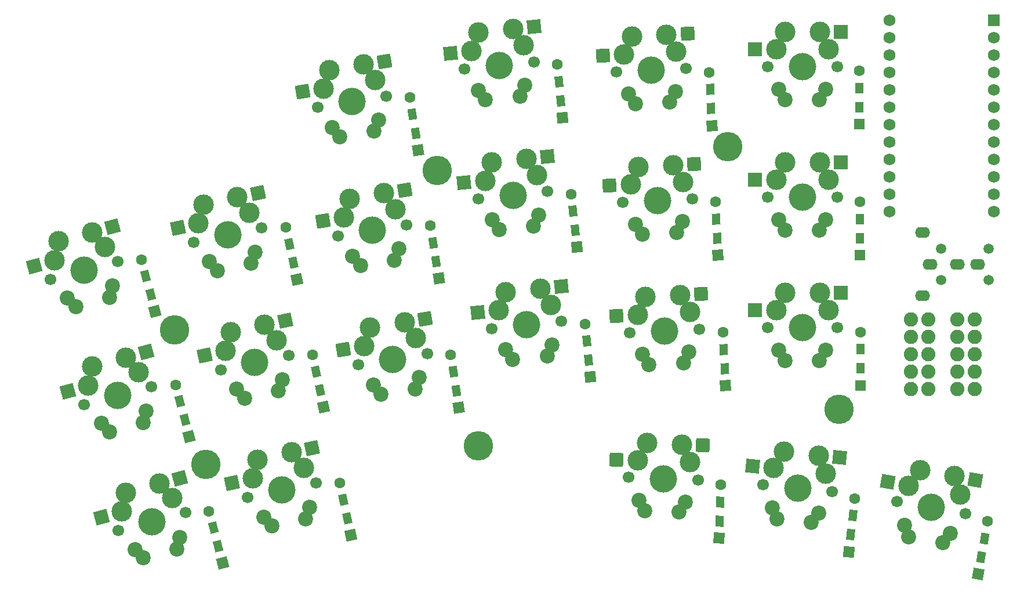
<source format=gbs>
%TF.GenerationSoftware,KiCad,Pcbnew,(6.0.0)*%
%TF.CreationDate,2022-02-16T19:12:49+07:00*%
%TF.ProjectId,Shrimp42-mirrored-rev2,53687269-6d70-4343-922d-6d6972726f72,rev?*%
%TF.SameCoordinates,Original*%
%TF.FileFunction,Soldermask,Bot*%
%TF.FilePolarity,Negative*%
%FSLAX46Y46*%
G04 Gerber Fmt 4.6, Leading zero omitted, Abs format (unit mm)*
G04 Created by KiCad (PCBNEW (6.0.0)) date 2022-02-16 19:12:49*
%MOMM*%
%LPD*%
G01*
G04 APERTURE LIST*
G04 Aperture macros list*
%AMRotRect*
0 Rectangle, with rotation*
0 The origin of the aperture is its center*
0 $1 length*
0 $2 width*
0 $3 Rotation angle, in degrees counterclockwise*
0 Add horizontal line*
21,1,$1,$2,0,0,$3*%
G04 Aperture macros list end*
%ADD10RotRect,1.600000X1.200000X285.000000*%
%ADD11RotRect,1.600000X1.600000X285.000000*%
%ADD12C,1.600000*%
%ADD13RotRect,1.600000X1.200000X282.000000*%
%ADD14RotRect,1.600000X1.600000X282.000000*%
%ADD15RotRect,1.600000X1.200000X279.000000*%
%ADD16RotRect,1.600000X1.600000X279.000000*%
%ADD17RotRect,1.600000X1.200000X276.000000*%
%ADD18RotRect,1.600000X1.600000X276.000000*%
%ADD19RotRect,1.600000X1.600000X273.000000*%
%ADD20RotRect,1.600000X1.200000X273.000000*%
%ADD21R,1.200000X1.600000*%
%ADD22R,1.600000X1.600000*%
%ADD23RotRect,1.600000X1.200000X268.000000*%
%ADD24RotRect,1.600000X1.600000X268.000000*%
%ADD25RotRect,1.600000X1.200000X264.000000*%
%ADD26RotRect,1.600000X1.600000X264.000000*%
%ADD27RotRect,1.600000X1.200000X260.000000*%
%ADD28RotRect,1.600000X1.600000X260.000000*%
%ADD29C,3.000000*%
%ADD30C,1.700000*%
%ADD31C,4.000000*%
%ADD32RotRect,2.000000X2.000000X195.000000*%
%ADD33C,2.200000*%
%ADD34RotRect,2.000000X2.000000X192.000000*%
%ADD35RotRect,2.000000X2.000000X189.000000*%
%ADD36RotRect,2.000000X2.000000X186.000000*%
%ADD37RotRect,2.000000X2.000000X183.000000*%
%ADD38R,2.000000X2.000000*%
%ADD39RotRect,2.000000X2.000000X178.000000*%
%ADD40RotRect,2.000000X2.000000X174.000000*%
%ADD41RotRect,2.000000X2.000000X170.000000*%
%ADD42C,2.082800*%
%ADD43C,4.300000*%
%ADD44C,1.500000*%
%ADD45O,2.200000X1.600000*%
%ADD46R,1.752600X1.752600*%
%ADD47C,1.752600*%
G04 APERTURE END LIST*
D10*
%TO.C,D-0-0*%
X35606651Y-60143963D03*
D11*
X36253698Y-62558778D03*
D10*
X34881957Y-57439371D03*
D12*
X34234910Y-55024556D03*
%TD*%
D13*
%TO.C,D-0-1*%
X56431074Y-55485784D03*
D14*
X56950854Y-57931153D03*
D12*
X55329142Y-50301601D03*
D13*
X55848922Y-52746970D03*
%TD*%
D15*
%TO.C,D-0-2*%
X74290001Y-36560063D03*
D16*
X74681087Y-39029284D03*
D15*
X73851985Y-33794535D03*
D12*
X73460899Y-31325314D03*
%TD*%
D17*
%TO.C,D-0-3*%
X95514786Y-31813388D03*
D18*
X95776107Y-34299692D03*
D17*
X95222106Y-29028726D03*
D12*
X94960785Y-26542422D03*
%TD*%
D19*
%TO.C,D-0-4*%
X117583269Y-35447427D03*
D20*
X117452429Y-32950853D03*
D12*
X117175049Y-27658117D03*
D20*
X117305889Y-30154691D03*
%TD*%
D21*
%TO.C,D-0-5*%
X139107246Y-32741289D03*
D22*
X139107246Y-35241289D03*
D21*
X139107246Y-29941289D03*
D12*
X139107246Y-27441289D03*
%TD*%
D11*
%TO.C,D-1-0*%
X41259145Y-80847721D03*
D10*
X40612098Y-78432906D03*
X39887404Y-75728314D03*
D12*
X39240357Y-73313499D03*
%TD*%
D14*
%TO.C,D-1-1*%
X60851326Y-76573969D03*
D13*
X60331546Y-74128600D03*
X59749394Y-71389786D03*
D12*
X59229614Y-68944417D03*
%TD*%
D15*
%TO.C,D-1-2*%
X77307846Y-55316818D03*
D16*
X77698932Y-57786039D03*
D12*
X76478744Y-50082069D03*
D15*
X76869830Y-52551290D03*
%TD*%
D17*
%TO.C,D-1-3*%
X97600246Y-50713151D03*
D18*
X97861567Y-53199455D03*
D12*
X97046245Y-45442185D03*
D17*
X97307566Y-47928489D03*
%TD*%
D19*
%TO.C,D-1-4*%
X118473490Y-54375176D03*
D20*
X118342650Y-51878602D03*
D12*
X118065270Y-46585866D03*
D20*
X118196110Y-49082440D03*
%TD*%
D22*
%TO.C,D-1-5*%
X139158046Y-54392889D03*
D21*
X139158046Y-51892889D03*
D12*
X139158046Y-46592889D03*
D21*
X139158046Y-49092889D03*
%TD*%
D10*
%TO.C,D-2-0*%
X45490862Y-96896214D03*
D11*
X46137909Y-99311029D03*
D12*
X44119121Y-91776807D03*
D10*
X44766168Y-94191622D03*
%TD*%
D13*
%TO.C,D-2-1*%
X64338371Y-92811318D03*
D14*
X64858151Y-95256687D03*
D13*
X63756219Y-90072504D03*
D12*
X63236439Y-87627135D03*
%TD*%
D15*
%TO.C,D-2-2*%
X80233328Y-74183636D03*
D16*
X80624414Y-76652857D03*
D12*
X79404226Y-68948887D03*
D15*
X79795312Y-71418108D03*
%TD*%
D18*
%TO.C,D-2-3*%
X99849221Y-72156983D03*
D17*
X99587900Y-69670679D03*
D12*
X99033899Y-64399713D03*
D17*
X99295220Y-66886017D03*
%TD*%
D19*
%TO.C,D-2-4*%
X119574610Y-73444481D03*
D20*
X119443770Y-70947907D03*
X119297230Y-68151745D03*
D12*
X119166390Y-65655171D03*
%TD*%
D21*
%TO.C,D-2-5*%
X139259646Y-70892089D03*
D22*
X139259646Y-73392089D03*
D21*
X139259646Y-68092089D03*
D12*
X139259646Y-65592089D03*
%TD*%
D23*
%TO.C,D-3-3*%
X118651141Y-93199147D03*
D24*
X118563892Y-95697624D03*
D12*
X118836108Y-87902376D03*
D23*
X118748859Y-90400853D03*
%TD*%
D25*
%TO.C,D-3-4*%
X137853660Y-95192331D03*
D26*
X137592339Y-97678635D03*
D12*
X138407661Y-89921365D03*
D25*
X138146340Y-92407669D03*
%TD*%
D27*
%TO.C,D-3-5*%
X156894735Y-98478731D03*
D28*
X156460614Y-100940750D03*
D27*
X157380949Y-95721269D03*
D12*
X157815070Y-93259250D03*
%TD*%
D29*
%TO.C,K-0-0*%
X27053524Y-51036972D03*
X21577295Y-55133925D03*
D30*
X21007970Y-57916077D03*
D31*
X25914873Y-56601276D03*
D29*
X28937650Y-53161724D03*
D30*
X30821776Y-55286475D03*
D29*
X22146621Y-52351773D03*
D32*
X18592584Y-55933676D03*
D33*
X24720483Y-61880285D03*
X23472234Y-60641132D03*
X29588749Y-60575837D03*
D32*
X30009257Y-50244986D03*
D33*
X30050189Y-58878575D03*
%TD*%
D29*
%TO.C,K-0-1*%
X42601294Y-49724826D03*
D30*
X41887142Y-52473368D03*
X51825122Y-50360986D03*
D29*
X48284436Y-45920091D03*
D31*
X46856132Y-51417177D03*
D29*
X43315446Y-46976283D03*
X50054779Y-48140539D03*
D33*
X44205411Y-55323659D03*
X45387097Y-56626441D03*
D34*
X39578818Y-50367273D03*
D33*
X50316961Y-55578567D03*
D34*
X51277567Y-45283882D03*
D33*
X50866596Y-53907780D03*
%TD*%
D29*
%TO.C,K-0-2*%
X66722500Y-26522427D03*
X61705044Y-27317114D03*
X60848023Y-30024514D03*
D30*
X59991002Y-32731914D03*
D31*
X65008459Y-31937227D03*
D30*
X70025916Y-31142540D03*
D29*
X68374208Y-28832483D03*
D35*
X57796066Y-30507896D03*
D33*
X62156921Y-35699627D03*
X63268805Y-37062469D03*
D35*
X69744827Y-26043737D03*
D33*
X68246755Y-36274039D03*
X68883079Y-34634309D03*
%TD*%
D29*
%TO.C,K-0-3*%
X83460339Y-21881020D03*
D31*
X86517429Y-26667689D03*
D29*
X90041055Y-23743350D03*
X82462798Y-24539857D03*
X88512510Y-21350015D03*
D30*
X81465258Y-27198694D03*
X91569600Y-26136684D03*
D33*
X83472890Y-30275695D03*
X84511925Y-31694861D03*
D36*
X79389726Y-24862850D03*
D33*
X90245584Y-29563856D03*
D36*
X91555747Y-21030158D03*
D33*
X89524316Y-31168037D03*
%TD*%
D29*
%TO.C,K-0-4*%
X112337091Y-24644385D03*
D30*
X113738284Y-27114437D03*
D29*
X104727534Y-25043185D03*
D30*
X103592208Y-27646171D03*
D29*
X105862860Y-22440199D03*
X110935898Y-22174333D03*
D31*
X108665246Y-27380304D03*
D33*
X106399389Y-32295626D03*
X105436051Y-30824027D03*
D37*
X101641769Y-25204903D03*
X113991705Y-22014185D03*
D33*
X111432482Y-32031853D03*
X112236718Y-30467619D03*
%TD*%
D29*
%TO.C,K-0-5*%
X133310357Y-21760828D03*
X126960357Y-24300828D03*
D30*
X135850357Y-26840828D03*
D29*
X134580357Y-24300828D03*
D31*
X130770357Y-26840828D03*
D29*
X128230357Y-21760828D03*
D30*
X125690357Y-26840828D03*
D33*
X128250357Y-31630828D03*
D38*
X123870357Y-24300828D03*
D33*
X127365357Y-30110828D03*
X133290357Y-31630828D03*
D38*
X136370357Y-21760828D03*
D33*
X134175357Y-30110828D03*
%TD*%
D29*
%TO.C,K-1-0*%
X27067417Y-70641727D03*
X26498091Y-73423879D03*
D30*
X35742572Y-73576429D03*
D31*
X30835669Y-74891230D03*
D30*
X25928766Y-76206031D03*
D29*
X31974320Y-69326926D03*
X33858446Y-71451678D03*
D33*
X29641279Y-80170239D03*
D32*
X23513380Y-74223630D03*
D33*
X28393030Y-78931086D03*
D32*
X34930053Y-68534940D03*
D33*
X34970985Y-77168529D03*
X34509545Y-78865791D03*
%TD*%
D31*
%TO.C,K-1-1*%
X50816846Y-70050889D03*
D29*
X47276160Y-65609995D03*
D30*
X45847856Y-71107080D03*
X55785836Y-68994698D03*
D29*
X54015493Y-66774251D03*
X52245150Y-64553803D03*
X46562008Y-68358538D03*
D33*
X49347811Y-75260153D03*
X48166125Y-73957371D03*
D34*
X43539532Y-69000985D03*
D33*
X54827310Y-72541492D03*
X54277675Y-74212279D03*
D34*
X55238281Y-63917594D03*
%TD*%
D29*
%TO.C,K-1-2*%
X64685118Y-46132576D03*
D30*
X73005990Y-49958002D03*
D31*
X67988533Y-50752689D03*
D29*
X63828097Y-48839976D03*
X69702574Y-45337889D03*
D30*
X62971076Y-51547376D03*
D29*
X71354282Y-47647945D03*
D35*
X60776140Y-49323358D03*
D33*
X66248879Y-55877931D03*
X65136995Y-54515089D03*
X71226829Y-55089501D03*
D35*
X72724901Y-44859199D03*
D33*
X71863153Y-53449771D03*
%TD*%
D29*
%TO.C,K-1-3*%
X85451607Y-40826660D03*
D30*
X93560868Y-45082324D03*
D31*
X88508697Y-45613329D03*
D29*
X84454066Y-43485497D03*
X92032323Y-42688990D03*
D30*
X83456526Y-46144334D03*
D29*
X90503778Y-40295655D03*
D33*
X86503193Y-50640501D03*
X85464158Y-49221335D03*
D36*
X81380994Y-43808490D03*
D33*
X91515584Y-50113677D03*
D36*
X93547015Y-39975798D03*
D33*
X92236852Y-48509496D03*
%TD*%
D30*
%TO.C,K-1-4*%
X114735283Y-46138329D03*
D29*
X106859859Y-41464091D03*
X111932897Y-41198225D03*
D30*
X104589207Y-46670063D03*
D31*
X109662245Y-46404196D03*
D29*
X105724533Y-44067077D03*
X113334090Y-43668277D03*
D33*
X107396388Y-51319518D03*
D37*
X102638768Y-44228795D03*
D33*
X106433050Y-49847919D03*
X112429481Y-51055745D03*
D37*
X114988704Y-41038077D03*
D33*
X113233717Y-49491511D03*
%TD*%
D30*
%TO.C,K-1-5*%
X125690357Y-45890828D03*
D31*
X130770357Y-45890828D03*
D29*
X133310357Y-40810828D03*
X128230357Y-40810828D03*
X134580357Y-43350828D03*
D30*
X135850357Y-45890828D03*
D29*
X126960357Y-43350828D03*
D33*
X128250357Y-50680828D03*
D38*
X123870357Y-43350828D03*
D33*
X127365357Y-49160828D03*
D38*
X136370357Y-40810828D03*
D33*
X133290357Y-50680828D03*
X134175357Y-49160828D03*
%TD*%
D29*
%TO.C,K-2-0*%
X38788950Y-89852564D03*
X31997921Y-89042613D03*
X31428595Y-91824765D03*
D31*
X35766173Y-93292116D03*
D29*
X36904824Y-87727812D03*
D30*
X30859270Y-94606917D03*
X40673076Y-91977315D03*
D33*
X33323534Y-97331972D03*
X34571783Y-98571125D03*
D32*
X28443884Y-92624516D03*
D33*
X39901489Y-95569415D03*
D32*
X39860557Y-86935826D03*
D33*
X39440049Y-97266677D03*
%TD*%
D29*
%TO.C,K-2-1*%
X56205871Y-83187514D03*
D31*
X54777567Y-88684600D03*
D29*
X57976214Y-85407962D03*
X51236881Y-84243706D03*
D30*
X49808577Y-89740791D03*
X59746557Y-87628409D03*
D29*
X50522729Y-86992249D03*
D34*
X47500253Y-87634696D03*
D33*
X52126846Y-92591082D03*
X53308532Y-93893864D03*
X58788031Y-91175203D03*
D34*
X59199002Y-82551305D03*
D33*
X58238396Y-92845990D03*
%TD*%
D29*
%TO.C,K-2-2*%
X66808174Y-67655438D03*
D30*
X65951153Y-70362838D03*
D31*
X70968610Y-69568151D03*
D29*
X74334359Y-66463407D03*
X67665195Y-64948038D03*
D30*
X75986067Y-68773464D03*
D29*
X72682651Y-64153351D03*
D33*
X68117072Y-73330551D03*
X69228956Y-74693393D03*
D35*
X63756217Y-68138820D03*
D33*
X74206906Y-73904963D03*
X74843230Y-72265233D03*
D35*
X75704978Y-63674661D03*
%TD*%
D29*
%TO.C,K-2-3*%
X94023589Y-61634633D03*
D30*
X95552134Y-64027967D03*
X85447792Y-65089977D03*
D31*
X90499963Y-64558972D03*
D29*
X86445332Y-62431140D03*
X87442873Y-59772303D03*
X92495044Y-59241298D03*
D33*
X87455424Y-68166978D03*
D36*
X83372260Y-62754133D03*
D33*
X88494459Y-69586144D03*
X93506850Y-69059320D03*
D36*
X95538281Y-58921441D03*
D33*
X94228118Y-67455139D03*
%TD*%
D30*
%TO.C,K-2-4*%
X105586208Y-65693956D03*
D29*
X107856860Y-60487984D03*
D31*
X110659246Y-65428089D03*
D30*
X115732284Y-65162222D03*
D29*
X106721534Y-63090970D03*
X114331091Y-62692170D03*
X112929898Y-60222118D03*
D33*
X107430051Y-68871812D03*
X108393389Y-70343411D03*
D37*
X103635769Y-63252688D03*
X115985705Y-60061970D03*
D33*
X114230718Y-68515404D03*
X113426482Y-70079638D03*
%TD*%
D30*
%TO.C,K-2-5*%
X135850357Y-64940828D03*
D29*
X134580357Y-62400828D03*
D31*
X130770357Y-64940828D03*
D30*
X125690357Y-64940828D03*
D29*
X133310357Y-59860828D03*
X126960357Y-62400828D03*
X128230357Y-59860828D03*
D33*
X128250357Y-69730828D03*
X127365357Y-68210828D03*
D38*
X123870357Y-62400828D03*
D33*
X133290357Y-69730828D03*
X134175357Y-68210828D03*
D38*
X136370357Y-59860828D03*
%TD*%
D29*
%TO.C,K-3-3*%
X108078896Y-81834450D03*
D30*
X115516964Y-87177289D03*
D29*
X106721025Y-84328580D03*
X114336383Y-84594514D03*
D31*
X110440059Y-87000000D03*
D30*
X105363154Y-86822711D03*
D29*
X113155801Y-82011739D03*
D39*
X103632907Y-84220741D03*
D33*
X106923012Y-90149175D03*
X107754426Y-91699135D03*
D39*
X116213937Y-82118532D03*
D33*
X113728863Y-90386841D03*
X112791355Y-91875029D03*
%TD*%
D31*
%TO.C,K-3-4*%
X130100000Y-88400000D03*
D29*
X128104919Y-83082326D03*
X133157090Y-83613331D03*
D30*
X125047829Y-87868995D03*
D29*
X134154631Y-86272168D03*
X126576374Y-85475661D03*
D30*
X135152171Y-88931005D03*
D33*
X126371845Y-91296167D03*
D40*
X123503301Y-85152668D03*
D33*
X127093113Y-92900348D03*
X133144539Y-92008006D03*
X132105504Y-93427172D03*
D40*
X136200327Y-83933188D03*
%TD*%
D29*
%TO.C,K-3-5*%
X146288949Y-88036989D03*
D30*
X154602823Y-92082133D03*
D31*
X149600000Y-91200000D03*
D29*
X153793184Y-89360188D03*
D30*
X144597177Y-90317867D03*
D29*
X152983544Y-86638243D03*
X147980721Y-85756110D03*
D41*
X143245893Y-87500416D03*
D33*
X146286510Y-95479636D03*
X145678900Y-93829049D03*
X151249941Y-96354823D03*
D41*
X155997056Y-87169606D03*
D33*
X152385441Y-95011593D03*
%TD*%
D42*
%TO.C,J1*%
X146620453Y-63793147D03*
X149160453Y-63793147D03*
X146620453Y-66333147D03*
X149160453Y-66333147D03*
X146620453Y-68873147D03*
X149160453Y-68873147D03*
X146620453Y-71413147D03*
X149160453Y-71413147D03*
X146620453Y-73953147D03*
X149160453Y-73953147D03*
%TD*%
D43*
%TO.C,Ref\u002A\u002A*%
X136100000Y-76900000D03*
%TD*%
%TO.C,Ref\u002A\u002A*%
X119900000Y-38500000D03*
%TD*%
%TO.C,Ref\u002A\u002A*%
X77430853Y-41999947D03*
%TD*%
%TO.C,Ref\u002A\u002A*%
X83465259Y-82184544D03*
%TD*%
%TO.C,Ref\u002A\u002A*%
X39076853Y-65317147D03*
%TD*%
D44*
%TO.C,U2*%
X150996853Y-53393147D03*
X157996853Y-53393147D03*
X157996853Y-57993147D03*
X150996853Y-57993147D03*
D45*
X148296853Y-60293147D03*
X148296853Y-51093147D03*
X149396853Y-55693147D03*
X153396853Y-55693147D03*
X156396853Y-55693147D03*
%TD*%
D43*
%TO.C,Ref\u002A\u002A*%
X43699653Y-84925947D03*
%TD*%
D46*
%TO.C,U1*%
X158710853Y-20059897D03*
D47*
X158710853Y-22599897D03*
X158710853Y-25139897D03*
X158710853Y-27679897D03*
X158710853Y-30219897D03*
X158710853Y-32759897D03*
X158710853Y-35299897D03*
X158710853Y-37839897D03*
X158710853Y-40379897D03*
X158710853Y-42919897D03*
X158710853Y-45459897D03*
X158710853Y-47999897D03*
X143470853Y-47999897D03*
X143470853Y-45459897D03*
X143470853Y-42919897D03*
X143470853Y-40379897D03*
X143470853Y-37839897D03*
X143470853Y-35299897D03*
X143470853Y-32759897D03*
X143470853Y-30219897D03*
X143470853Y-27679897D03*
X143470853Y-25139897D03*
X143470853Y-22599897D03*
X143470853Y-20059897D03*
%TD*%
D42*
%TO.C,J2*%
X155916853Y-63793147D03*
X153376853Y-63793147D03*
X155916853Y-66333147D03*
X153376853Y-66333147D03*
X155916853Y-68873147D03*
X153376853Y-68873147D03*
X155916853Y-71413147D03*
X153376853Y-71413147D03*
X155916853Y-73953147D03*
X153376853Y-73953147D03*
%TD*%
M02*

</source>
